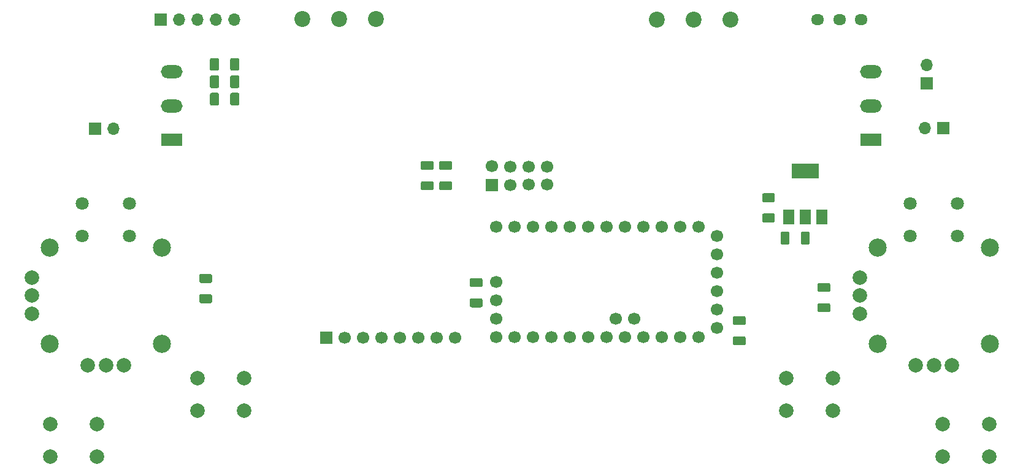
<source format=gbr>
G04 #@! TF.GenerationSoftware,KiCad,Pcbnew,(5.1.4)-1*
G04 #@! TF.CreationDate,2019-10-23T00:39:07+02:00*
G04 #@! TF.ProjectId,RF_transmitter,52465f74-7261-46e7-936d-69747465722e,rev?*
G04 #@! TF.SameCoordinates,Original*
G04 #@! TF.FileFunction,Soldermask,Top*
G04 #@! TF.FilePolarity,Negative*
%FSLAX46Y46*%
G04 Gerber Fmt 4.6, Leading zero omitted, Abs format (unit mm)*
G04 Created by KiCad (PCBNEW (5.1.4)-1) date 2019-10-23 00:39:07*
%MOMM*%
%LPD*%
G04 APERTURE LIST*
%ADD10O,1.800000X1.500000*%
%ADD11C,1.700000*%
%ADD12C,2.500000*%
%ADD13C,1.800000*%
%ADD14C,2.000000*%
%ADD15R,1.700000X1.700000*%
%ADD16O,3.000000X1.800000*%
%ADD17R,3.000000X1.800000*%
%ADD18C,0.100000*%
%ADD19C,1.250000*%
%ADD20O,1.700000X1.700000*%
%ADD21R,1.500000X2.000000*%
%ADD22R,3.800000X2.000000*%
%ADD23C,2.200000*%
G04 APERTURE END LIST*
D10*
X165179000Y-42672000D03*
X162179000Y-42672000D03*
X159179000Y-42672000D03*
D11*
X114790220Y-71356220D03*
X117330220Y-71356220D03*
X119870220Y-71356220D03*
X122410220Y-71356220D03*
X124950220Y-71356220D03*
X127490220Y-71356220D03*
X130030220Y-71356220D03*
X132570220Y-71356220D03*
X135110220Y-71356220D03*
X137650220Y-71356220D03*
X140190220Y-71356220D03*
X142730220Y-71356220D03*
X114790220Y-86596220D03*
X117330220Y-86596220D03*
X119870220Y-86596220D03*
X122410220Y-86596220D03*
X124950220Y-86596220D03*
X127490220Y-86596220D03*
X130030220Y-86596220D03*
X132570220Y-86596220D03*
X135110220Y-86596220D03*
X137650220Y-86596220D03*
X140190220Y-86596220D03*
X142730220Y-86596220D03*
X145270220Y-72626220D03*
X145270220Y-75166220D03*
X145270220Y-77706220D03*
X145270220Y-80246220D03*
X145270220Y-82786220D03*
X145270220Y-85326220D03*
X114790220Y-84056220D03*
X114790220Y-81516220D03*
X114790220Y-78976220D03*
X131300220Y-84056220D03*
X133840220Y-84056220D03*
D12*
X167473000Y-87472000D03*
X182973000Y-87472000D03*
X182973000Y-74172000D03*
X167473000Y-74172000D03*
D13*
X178473000Y-72572000D03*
X178473000Y-68072000D03*
X171973000Y-72572000D03*
X171973000Y-68072000D03*
D14*
X164973000Y-78322000D03*
X164973000Y-83322000D03*
X164973000Y-80822000D03*
X177723000Y-90472000D03*
X175223000Y-90472000D03*
X172723000Y-90472000D03*
D15*
X114173000Y-65532000D03*
D11*
X114173000Y-62902000D03*
X116713000Y-65532000D03*
X116713000Y-62992000D03*
X119253000Y-65442000D03*
X119253000Y-62992000D03*
X121793000Y-65502000D03*
X121793000Y-62992000D03*
D16*
X69977000Y-49910000D03*
X69977000Y-54610000D03*
D17*
X69977000Y-59310000D03*
D16*
X166497000Y-49910000D03*
X166497000Y-54610000D03*
D17*
X166497000Y-59310000D03*
D12*
X53173000Y-87472000D03*
X68673000Y-87472000D03*
X68673000Y-74172000D03*
X53173000Y-74172000D03*
D13*
X64173000Y-72572000D03*
X64173000Y-68072000D03*
X57673000Y-72572000D03*
X57673000Y-68072000D03*
D14*
X50673000Y-78322000D03*
X50673000Y-83322000D03*
X50673000Y-80822000D03*
X63423000Y-90472000D03*
X60923000Y-90472000D03*
X58423000Y-90472000D03*
D18*
G36*
X155079504Y-72024204D02*
G01*
X155103773Y-72027804D01*
X155127571Y-72033765D01*
X155150671Y-72042030D01*
X155172849Y-72052520D01*
X155193893Y-72065133D01*
X155213598Y-72079747D01*
X155231777Y-72096223D01*
X155248253Y-72114402D01*
X155262867Y-72134107D01*
X155275480Y-72155151D01*
X155285970Y-72177329D01*
X155294235Y-72200429D01*
X155300196Y-72224227D01*
X155303796Y-72248496D01*
X155305000Y-72273000D01*
X155305000Y-73523000D01*
X155303796Y-73547504D01*
X155300196Y-73571773D01*
X155294235Y-73595571D01*
X155285970Y-73618671D01*
X155275480Y-73640849D01*
X155262867Y-73661893D01*
X155248253Y-73681598D01*
X155231777Y-73699777D01*
X155213598Y-73716253D01*
X155193893Y-73730867D01*
X155172849Y-73743480D01*
X155150671Y-73753970D01*
X155127571Y-73762235D01*
X155103773Y-73768196D01*
X155079504Y-73771796D01*
X155055000Y-73773000D01*
X154305000Y-73773000D01*
X154280496Y-73771796D01*
X154256227Y-73768196D01*
X154232429Y-73762235D01*
X154209329Y-73753970D01*
X154187151Y-73743480D01*
X154166107Y-73730867D01*
X154146402Y-73716253D01*
X154128223Y-73699777D01*
X154111747Y-73681598D01*
X154097133Y-73661893D01*
X154084520Y-73640849D01*
X154074030Y-73618671D01*
X154065765Y-73595571D01*
X154059804Y-73571773D01*
X154056204Y-73547504D01*
X154055000Y-73523000D01*
X154055000Y-72273000D01*
X154056204Y-72248496D01*
X154059804Y-72224227D01*
X154065765Y-72200429D01*
X154074030Y-72177329D01*
X154084520Y-72155151D01*
X154097133Y-72134107D01*
X154111747Y-72114402D01*
X154128223Y-72096223D01*
X154146402Y-72079747D01*
X154166107Y-72065133D01*
X154187151Y-72052520D01*
X154209329Y-72042030D01*
X154232429Y-72033765D01*
X154256227Y-72027804D01*
X154280496Y-72024204D01*
X154305000Y-72023000D01*
X155055000Y-72023000D01*
X155079504Y-72024204D01*
X155079504Y-72024204D01*
G37*
D19*
X154680000Y-72898000D03*
D18*
G36*
X157879504Y-72024204D02*
G01*
X157903773Y-72027804D01*
X157927571Y-72033765D01*
X157950671Y-72042030D01*
X157972849Y-72052520D01*
X157993893Y-72065133D01*
X158013598Y-72079747D01*
X158031777Y-72096223D01*
X158048253Y-72114402D01*
X158062867Y-72134107D01*
X158075480Y-72155151D01*
X158085970Y-72177329D01*
X158094235Y-72200429D01*
X158100196Y-72224227D01*
X158103796Y-72248496D01*
X158105000Y-72273000D01*
X158105000Y-73523000D01*
X158103796Y-73547504D01*
X158100196Y-73571773D01*
X158094235Y-73595571D01*
X158085970Y-73618671D01*
X158075480Y-73640849D01*
X158062867Y-73661893D01*
X158048253Y-73681598D01*
X158031777Y-73699777D01*
X158013598Y-73716253D01*
X157993893Y-73730867D01*
X157972849Y-73743480D01*
X157950671Y-73753970D01*
X157927571Y-73762235D01*
X157903773Y-73768196D01*
X157879504Y-73771796D01*
X157855000Y-73773000D01*
X157105000Y-73773000D01*
X157080496Y-73771796D01*
X157056227Y-73768196D01*
X157032429Y-73762235D01*
X157009329Y-73753970D01*
X156987151Y-73743480D01*
X156966107Y-73730867D01*
X156946402Y-73716253D01*
X156928223Y-73699777D01*
X156911747Y-73681598D01*
X156897133Y-73661893D01*
X156884520Y-73640849D01*
X156874030Y-73618671D01*
X156865765Y-73595571D01*
X156859804Y-73571773D01*
X156856204Y-73547504D01*
X156855000Y-73523000D01*
X156855000Y-72273000D01*
X156856204Y-72248496D01*
X156859804Y-72224227D01*
X156865765Y-72200429D01*
X156874030Y-72177329D01*
X156884520Y-72155151D01*
X156897133Y-72134107D01*
X156911747Y-72114402D01*
X156928223Y-72096223D01*
X156946402Y-72079747D01*
X156966107Y-72065133D01*
X156987151Y-72052520D01*
X157009329Y-72042030D01*
X157032429Y-72033765D01*
X157056227Y-72027804D01*
X157080496Y-72024204D01*
X157105000Y-72023000D01*
X157855000Y-72023000D01*
X157879504Y-72024204D01*
X157879504Y-72024204D01*
G37*
D19*
X157480000Y-72898000D03*
D18*
G36*
X153049504Y-69486204D02*
G01*
X153073773Y-69489804D01*
X153097571Y-69495765D01*
X153120671Y-69504030D01*
X153142849Y-69514520D01*
X153163893Y-69527133D01*
X153183598Y-69541747D01*
X153201777Y-69558223D01*
X153218253Y-69576402D01*
X153232867Y-69596107D01*
X153245480Y-69617151D01*
X153255970Y-69639329D01*
X153264235Y-69662429D01*
X153270196Y-69686227D01*
X153273796Y-69710496D01*
X153275000Y-69735000D01*
X153275000Y-70485000D01*
X153273796Y-70509504D01*
X153270196Y-70533773D01*
X153264235Y-70557571D01*
X153255970Y-70580671D01*
X153245480Y-70602849D01*
X153232867Y-70623893D01*
X153218253Y-70643598D01*
X153201777Y-70661777D01*
X153183598Y-70678253D01*
X153163893Y-70692867D01*
X153142849Y-70705480D01*
X153120671Y-70715970D01*
X153097571Y-70724235D01*
X153073773Y-70730196D01*
X153049504Y-70733796D01*
X153025000Y-70735000D01*
X151775000Y-70735000D01*
X151750496Y-70733796D01*
X151726227Y-70730196D01*
X151702429Y-70724235D01*
X151679329Y-70715970D01*
X151657151Y-70705480D01*
X151636107Y-70692867D01*
X151616402Y-70678253D01*
X151598223Y-70661777D01*
X151581747Y-70643598D01*
X151567133Y-70623893D01*
X151554520Y-70602849D01*
X151544030Y-70580671D01*
X151535765Y-70557571D01*
X151529804Y-70533773D01*
X151526204Y-70509504D01*
X151525000Y-70485000D01*
X151525000Y-69735000D01*
X151526204Y-69710496D01*
X151529804Y-69686227D01*
X151535765Y-69662429D01*
X151544030Y-69639329D01*
X151554520Y-69617151D01*
X151567133Y-69596107D01*
X151581747Y-69576402D01*
X151598223Y-69558223D01*
X151616402Y-69541747D01*
X151636107Y-69527133D01*
X151657151Y-69514520D01*
X151679329Y-69504030D01*
X151702429Y-69495765D01*
X151726227Y-69489804D01*
X151750496Y-69486204D01*
X151775000Y-69485000D01*
X153025000Y-69485000D01*
X153049504Y-69486204D01*
X153049504Y-69486204D01*
G37*
D19*
X152400000Y-70110000D03*
D18*
G36*
X153049504Y-66686204D02*
G01*
X153073773Y-66689804D01*
X153097571Y-66695765D01*
X153120671Y-66704030D01*
X153142849Y-66714520D01*
X153163893Y-66727133D01*
X153183598Y-66741747D01*
X153201777Y-66758223D01*
X153218253Y-66776402D01*
X153232867Y-66796107D01*
X153245480Y-66817151D01*
X153255970Y-66839329D01*
X153264235Y-66862429D01*
X153270196Y-66886227D01*
X153273796Y-66910496D01*
X153275000Y-66935000D01*
X153275000Y-67685000D01*
X153273796Y-67709504D01*
X153270196Y-67733773D01*
X153264235Y-67757571D01*
X153255970Y-67780671D01*
X153245480Y-67802849D01*
X153232867Y-67823893D01*
X153218253Y-67843598D01*
X153201777Y-67861777D01*
X153183598Y-67878253D01*
X153163893Y-67892867D01*
X153142849Y-67905480D01*
X153120671Y-67915970D01*
X153097571Y-67924235D01*
X153073773Y-67930196D01*
X153049504Y-67933796D01*
X153025000Y-67935000D01*
X151775000Y-67935000D01*
X151750496Y-67933796D01*
X151726227Y-67930196D01*
X151702429Y-67924235D01*
X151679329Y-67915970D01*
X151657151Y-67905480D01*
X151636107Y-67892867D01*
X151616402Y-67878253D01*
X151598223Y-67861777D01*
X151581747Y-67843598D01*
X151567133Y-67823893D01*
X151554520Y-67802849D01*
X151544030Y-67780671D01*
X151535765Y-67757571D01*
X151529804Y-67733773D01*
X151526204Y-67709504D01*
X151525000Y-67685000D01*
X151525000Y-66935000D01*
X151526204Y-66910496D01*
X151529804Y-66886227D01*
X151535765Y-66862429D01*
X151544030Y-66839329D01*
X151554520Y-66817151D01*
X151567133Y-66796107D01*
X151581747Y-66776402D01*
X151598223Y-66758223D01*
X151616402Y-66741747D01*
X151636107Y-66727133D01*
X151657151Y-66714520D01*
X151679329Y-66704030D01*
X151702429Y-66695765D01*
X151726227Y-66689804D01*
X151750496Y-66686204D01*
X151775000Y-66685000D01*
X153025000Y-66685000D01*
X153049504Y-66686204D01*
X153049504Y-66686204D01*
G37*
D19*
X152400000Y-67310000D03*
D18*
G36*
X105932504Y-65038204D02*
G01*
X105956773Y-65041804D01*
X105980571Y-65047765D01*
X106003671Y-65056030D01*
X106025849Y-65066520D01*
X106046893Y-65079133D01*
X106066598Y-65093747D01*
X106084777Y-65110223D01*
X106101253Y-65128402D01*
X106115867Y-65148107D01*
X106128480Y-65169151D01*
X106138970Y-65191329D01*
X106147235Y-65214429D01*
X106153196Y-65238227D01*
X106156796Y-65262496D01*
X106158000Y-65287000D01*
X106158000Y-66037000D01*
X106156796Y-66061504D01*
X106153196Y-66085773D01*
X106147235Y-66109571D01*
X106138970Y-66132671D01*
X106128480Y-66154849D01*
X106115867Y-66175893D01*
X106101253Y-66195598D01*
X106084777Y-66213777D01*
X106066598Y-66230253D01*
X106046893Y-66244867D01*
X106025849Y-66257480D01*
X106003671Y-66267970D01*
X105980571Y-66276235D01*
X105956773Y-66282196D01*
X105932504Y-66285796D01*
X105908000Y-66287000D01*
X104658000Y-66287000D01*
X104633496Y-66285796D01*
X104609227Y-66282196D01*
X104585429Y-66276235D01*
X104562329Y-66267970D01*
X104540151Y-66257480D01*
X104519107Y-66244867D01*
X104499402Y-66230253D01*
X104481223Y-66213777D01*
X104464747Y-66195598D01*
X104450133Y-66175893D01*
X104437520Y-66154849D01*
X104427030Y-66132671D01*
X104418765Y-66109571D01*
X104412804Y-66085773D01*
X104409204Y-66061504D01*
X104408000Y-66037000D01*
X104408000Y-65287000D01*
X104409204Y-65262496D01*
X104412804Y-65238227D01*
X104418765Y-65214429D01*
X104427030Y-65191329D01*
X104437520Y-65169151D01*
X104450133Y-65148107D01*
X104464747Y-65128402D01*
X104481223Y-65110223D01*
X104499402Y-65093747D01*
X104519107Y-65079133D01*
X104540151Y-65066520D01*
X104562329Y-65056030D01*
X104585429Y-65047765D01*
X104609227Y-65041804D01*
X104633496Y-65038204D01*
X104658000Y-65037000D01*
X105908000Y-65037000D01*
X105932504Y-65038204D01*
X105932504Y-65038204D01*
G37*
D19*
X105283000Y-65662000D03*
D18*
G36*
X105932504Y-62238204D02*
G01*
X105956773Y-62241804D01*
X105980571Y-62247765D01*
X106003671Y-62256030D01*
X106025849Y-62266520D01*
X106046893Y-62279133D01*
X106066598Y-62293747D01*
X106084777Y-62310223D01*
X106101253Y-62328402D01*
X106115867Y-62348107D01*
X106128480Y-62369151D01*
X106138970Y-62391329D01*
X106147235Y-62414429D01*
X106153196Y-62438227D01*
X106156796Y-62462496D01*
X106158000Y-62487000D01*
X106158000Y-63237000D01*
X106156796Y-63261504D01*
X106153196Y-63285773D01*
X106147235Y-63309571D01*
X106138970Y-63332671D01*
X106128480Y-63354849D01*
X106115867Y-63375893D01*
X106101253Y-63395598D01*
X106084777Y-63413777D01*
X106066598Y-63430253D01*
X106046893Y-63444867D01*
X106025849Y-63457480D01*
X106003671Y-63467970D01*
X105980571Y-63476235D01*
X105956773Y-63482196D01*
X105932504Y-63485796D01*
X105908000Y-63487000D01*
X104658000Y-63487000D01*
X104633496Y-63485796D01*
X104609227Y-63482196D01*
X104585429Y-63476235D01*
X104562329Y-63467970D01*
X104540151Y-63457480D01*
X104519107Y-63444867D01*
X104499402Y-63430253D01*
X104481223Y-63413777D01*
X104464747Y-63395598D01*
X104450133Y-63375893D01*
X104437520Y-63354849D01*
X104427030Y-63332671D01*
X104418765Y-63309571D01*
X104412804Y-63285773D01*
X104409204Y-63261504D01*
X104408000Y-63237000D01*
X104408000Y-62487000D01*
X104409204Y-62462496D01*
X104412804Y-62438227D01*
X104418765Y-62414429D01*
X104427030Y-62391329D01*
X104437520Y-62369151D01*
X104450133Y-62348107D01*
X104464747Y-62328402D01*
X104481223Y-62310223D01*
X104499402Y-62293747D01*
X104519107Y-62279133D01*
X104540151Y-62266520D01*
X104562329Y-62256030D01*
X104585429Y-62247765D01*
X104609227Y-62241804D01*
X104633496Y-62238204D01*
X104658000Y-62237000D01*
X105908000Y-62237000D01*
X105932504Y-62238204D01*
X105932504Y-62238204D01*
G37*
D19*
X105283000Y-62862000D03*
D18*
G36*
X108472504Y-65038204D02*
G01*
X108496773Y-65041804D01*
X108520571Y-65047765D01*
X108543671Y-65056030D01*
X108565849Y-65066520D01*
X108586893Y-65079133D01*
X108606598Y-65093747D01*
X108624777Y-65110223D01*
X108641253Y-65128402D01*
X108655867Y-65148107D01*
X108668480Y-65169151D01*
X108678970Y-65191329D01*
X108687235Y-65214429D01*
X108693196Y-65238227D01*
X108696796Y-65262496D01*
X108698000Y-65287000D01*
X108698000Y-66037000D01*
X108696796Y-66061504D01*
X108693196Y-66085773D01*
X108687235Y-66109571D01*
X108678970Y-66132671D01*
X108668480Y-66154849D01*
X108655867Y-66175893D01*
X108641253Y-66195598D01*
X108624777Y-66213777D01*
X108606598Y-66230253D01*
X108586893Y-66244867D01*
X108565849Y-66257480D01*
X108543671Y-66267970D01*
X108520571Y-66276235D01*
X108496773Y-66282196D01*
X108472504Y-66285796D01*
X108448000Y-66287000D01*
X107198000Y-66287000D01*
X107173496Y-66285796D01*
X107149227Y-66282196D01*
X107125429Y-66276235D01*
X107102329Y-66267970D01*
X107080151Y-66257480D01*
X107059107Y-66244867D01*
X107039402Y-66230253D01*
X107021223Y-66213777D01*
X107004747Y-66195598D01*
X106990133Y-66175893D01*
X106977520Y-66154849D01*
X106967030Y-66132671D01*
X106958765Y-66109571D01*
X106952804Y-66085773D01*
X106949204Y-66061504D01*
X106948000Y-66037000D01*
X106948000Y-65287000D01*
X106949204Y-65262496D01*
X106952804Y-65238227D01*
X106958765Y-65214429D01*
X106967030Y-65191329D01*
X106977520Y-65169151D01*
X106990133Y-65148107D01*
X107004747Y-65128402D01*
X107021223Y-65110223D01*
X107039402Y-65093747D01*
X107059107Y-65079133D01*
X107080151Y-65066520D01*
X107102329Y-65056030D01*
X107125429Y-65047765D01*
X107149227Y-65041804D01*
X107173496Y-65038204D01*
X107198000Y-65037000D01*
X108448000Y-65037000D01*
X108472504Y-65038204D01*
X108472504Y-65038204D01*
G37*
D19*
X107823000Y-65662000D03*
D18*
G36*
X108472504Y-62238204D02*
G01*
X108496773Y-62241804D01*
X108520571Y-62247765D01*
X108543671Y-62256030D01*
X108565849Y-62266520D01*
X108586893Y-62279133D01*
X108606598Y-62293747D01*
X108624777Y-62310223D01*
X108641253Y-62328402D01*
X108655867Y-62348107D01*
X108668480Y-62369151D01*
X108678970Y-62391329D01*
X108687235Y-62414429D01*
X108693196Y-62438227D01*
X108696796Y-62462496D01*
X108698000Y-62487000D01*
X108698000Y-63237000D01*
X108696796Y-63261504D01*
X108693196Y-63285773D01*
X108687235Y-63309571D01*
X108678970Y-63332671D01*
X108668480Y-63354849D01*
X108655867Y-63375893D01*
X108641253Y-63395598D01*
X108624777Y-63413777D01*
X108606598Y-63430253D01*
X108586893Y-63444867D01*
X108565849Y-63457480D01*
X108543671Y-63467970D01*
X108520571Y-63476235D01*
X108496773Y-63482196D01*
X108472504Y-63485796D01*
X108448000Y-63487000D01*
X107198000Y-63487000D01*
X107173496Y-63485796D01*
X107149227Y-63482196D01*
X107125429Y-63476235D01*
X107102329Y-63467970D01*
X107080151Y-63457480D01*
X107059107Y-63444867D01*
X107039402Y-63430253D01*
X107021223Y-63413777D01*
X107004747Y-63395598D01*
X106990133Y-63375893D01*
X106977520Y-63354849D01*
X106967030Y-63332671D01*
X106958765Y-63309571D01*
X106952804Y-63285773D01*
X106949204Y-63261504D01*
X106948000Y-63237000D01*
X106948000Y-62487000D01*
X106949204Y-62462496D01*
X106952804Y-62438227D01*
X106958765Y-62414429D01*
X106967030Y-62391329D01*
X106977520Y-62369151D01*
X106990133Y-62348107D01*
X107004747Y-62328402D01*
X107021223Y-62310223D01*
X107039402Y-62293747D01*
X107059107Y-62279133D01*
X107080151Y-62266520D01*
X107102329Y-62256030D01*
X107125429Y-62247765D01*
X107149227Y-62241804D01*
X107173496Y-62238204D01*
X107198000Y-62237000D01*
X108448000Y-62237000D01*
X108472504Y-62238204D01*
X108472504Y-62238204D01*
G37*
D19*
X107823000Y-62862000D03*
D20*
X78613000Y-42672000D03*
X76073000Y-42672000D03*
X73533000Y-42672000D03*
X70993000Y-42672000D03*
D15*
X68453000Y-42672000D03*
D14*
X59713000Y-98552000D03*
X59713000Y-103052000D03*
X53213000Y-98552000D03*
X53213000Y-103052000D03*
X80033000Y-92202000D03*
X80033000Y-96702000D03*
X73533000Y-92202000D03*
X73533000Y-96702000D03*
X161313000Y-92202000D03*
X161313000Y-96702000D03*
X154813000Y-92202000D03*
X154813000Y-96702000D03*
X182903000Y-98552000D03*
X182903000Y-103052000D03*
X176403000Y-98552000D03*
X176403000Y-103052000D03*
D21*
X155180000Y-69952000D03*
X159780000Y-69952000D03*
X157480000Y-69952000D03*
D22*
X157480000Y-63652000D03*
D20*
X61976000Y-57785000D03*
D15*
X59436000Y-57785000D03*
D20*
X173990000Y-57658000D03*
D15*
X176530000Y-57658000D03*
D20*
X174269400Y-48971200D03*
D15*
X174269400Y-51511200D03*
D18*
G36*
X79122184Y-52816724D02*
G01*
X79146453Y-52820324D01*
X79170251Y-52826285D01*
X79193351Y-52834550D01*
X79215529Y-52845040D01*
X79236573Y-52857653D01*
X79256278Y-52872267D01*
X79274457Y-52888743D01*
X79290933Y-52906922D01*
X79305547Y-52926627D01*
X79318160Y-52947671D01*
X79328650Y-52969849D01*
X79336915Y-52992949D01*
X79342876Y-53016747D01*
X79346476Y-53041016D01*
X79347680Y-53065520D01*
X79347680Y-54315520D01*
X79346476Y-54340024D01*
X79342876Y-54364293D01*
X79336915Y-54388091D01*
X79328650Y-54411191D01*
X79318160Y-54433369D01*
X79305547Y-54454413D01*
X79290933Y-54474118D01*
X79274457Y-54492297D01*
X79256278Y-54508773D01*
X79236573Y-54523387D01*
X79215529Y-54536000D01*
X79193351Y-54546490D01*
X79170251Y-54554755D01*
X79146453Y-54560716D01*
X79122184Y-54564316D01*
X79097680Y-54565520D01*
X78347680Y-54565520D01*
X78323176Y-54564316D01*
X78298907Y-54560716D01*
X78275109Y-54554755D01*
X78252009Y-54546490D01*
X78229831Y-54536000D01*
X78208787Y-54523387D01*
X78189082Y-54508773D01*
X78170903Y-54492297D01*
X78154427Y-54474118D01*
X78139813Y-54454413D01*
X78127200Y-54433369D01*
X78116710Y-54411191D01*
X78108445Y-54388091D01*
X78102484Y-54364293D01*
X78098884Y-54340024D01*
X78097680Y-54315520D01*
X78097680Y-53065520D01*
X78098884Y-53041016D01*
X78102484Y-53016747D01*
X78108445Y-52992949D01*
X78116710Y-52969849D01*
X78127200Y-52947671D01*
X78139813Y-52926627D01*
X78154427Y-52906922D01*
X78170903Y-52888743D01*
X78189082Y-52872267D01*
X78208787Y-52857653D01*
X78229831Y-52845040D01*
X78252009Y-52834550D01*
X78275109Y-52826285D01*
X78298907Y-52820324D01*
X78323176Y-52816724D01*
X78347680Y-52815520D01*
X79097680Y-52815520D01*
X79122184Y-52816724D01*
X79122184Y-52816724D01*
G37*
D19*
X78722680Y-53690520D03*
D18*
G36*
X76322184Y-52816724D02*
G01*
X76346453Y-52820324D01*
X76370251Y-52826285D01*
X76393351Y-52834550D01*
X76415529Y-52845040D01*
X76436573Y-52857653D01*
X76456278Y-52872267D01*
X76474457Y-52888743D01*
X76490933Y-52906922D01*
X76505547Y-52926627D01*
X76518160Y-52947671D01*
X76528650Y-52969849D01*
X76536915Y-52992949D01*
X76542876Y-53016747D01*
X76546476Y-53041016D01*
X76547680Y-53065520D01*
X76547680Y-54315520D01*
X76546476Y-54340024D01*
X76542876Y-54364293D01*
X76536915Y-54388091D01*
X76528650Y-54411191D01*
X76518160Y-54433369D01*
X76505547Y-54454413D01*
X76490933Y-54474118D01*
X76474457Y-54492297D01*
X76456278Y-54508773D01*
X76436573Y-54523387D01*
X76415529Y-54536000D01*
X76393351Y-54546490D01*
X76370251Y-54554755D01*
X76346453Y-54560716D01*
X76322184Y-54564316D01*
X76297680Y-54565520D01*
X75547680Y-54565520D01*
X75523176Y-54564316D01*
X75498907Y-54560716D01*
X75475109Y-54554755D01*
X75452009Y-54546490D01*
X75429831Y-54536000D01*
X75408787Y-54523387D01*
X75389082Y-54508773D01*
X75370903Y-54492297D01*
X75354427Y-54474118D01*
X75339813Y-54454413D01*
X75327200Y-54433369D01*
X75316710Y-54411191D01*
X75308445Y-54388091D01*
X75302484Y-54364293D01*
X75298884Y-54340024D01*
X75297680Y-54315520D01*
X75297680Y-53065520D01*
X75298884Y-53041016D01*
X75302484Y-53016747D01*
X75308445Y-52992949D01*
X75316710Y-52969849D01*
X75327200Y-52947671D01*
X75339813Y-52926627D01*
X75354427Y-52906922D01*
X75370903Y-52888743D01*
X75389082Y-52872267D01*
X75408787Y-52857653D01*
X75429831Y-52845040D01*
X75452009Y-52834550D01*
X75475109Y-52826285D01*
X75498907Y-52820324D01*
X75523176Y-52816724D01*
X75547680Y-52815520D01*
X76297680Y-52815520D01*
X76322184Y-52816724D01*
X76322184Y-52816724D01*
G37*
D19*
X75922680Y-53690520D03*
D18*
G36*
X79117104Y-50408804D02*
G01*
X79141373Y-50412404D01*
X79165171Y-50418365D01*
X79188271Y-50426630D01*
X79210449Y-50437120D01*
X79231493Y-50449733D01*
X79251198Y-50464347D01*
X79269377Y-50480823D01*
X79285853Y-50499002D01*
X79300467Y-50518707D01*
X79313080Y-50539751D01*
X79323570Y-50561929D01*
X79331835Y-50585029D01*
X79337796Y-50608827D01*
X79341396Y-50633096D01*
X79342600Y-50657600D01*
X79342600Y-51907600D01*
X79341396Y-51932104D01*
X79337796Y-51956373D01*
X79331835Y-51980171D01*
X79323570Y-52003271D01*
X79313080Y-52025449D01*
X79300467Y-52046493D01*
X79285853Y-52066198D01*
X79269377Y-52084377D01*
X79251198Y-52100853D01*
X79231493Y-52115467D01*
X79210449Y-52128080D01*
X79188271Y-52138570D01*
X79165171Y-52146835D01*
X79141373Y-52152796D01*
X79117104Y-52156396D01*
X79092600Y-52157600D01*
X78342600Y-52157600D01*
X78318096Y-52156396D01*
X78293827Y-52152796D01*
X78270029Y-52146835D01*
X78246929Y-52138570D01*
X78224751Y-52128080D01*
X78203707Y-52115467D01*
X78184002Y-52100853D01*
X78165823Y-52084377D01*
X78149347Y-52066198D01*
X78134733Y-52046493D01*
X78122120Y-52025449D01*
X78111630Y-52003271D01*
X78103365Y-51980171D01*
X78097404Y-51956373D01*
X78093804Y-51932104D01*
X78092600Y-51907600D01*
X78092600Y-50657600D01*
X78093804Y-50633096D01*
X78097404Y-50608827D01*
X78103365Y-50585029D01*
X78111630Y-50561929D01*
X78122120Y-50539751D01*
X78134733Y-50518707D01*
X78149347Y-50499002D01*
X78165823Y-50480823D01*
X78184002Y-50464347D01*
X78203707Y-50449733D01*
X78224751Y-50437120D01*
X78246929Y-50426630D01*
X78270029Y-50418365D01*
X78293827Y-50412404D01*
X78318096Y-50408804D01*
X78342600Y-50407600D01*
X79092600Y-50407600D01*
X79117104Y-50408804D01*
X79117104Y-50408804D01*
G37*
D19*
X78717600Y-51282600D03*
D18*
G36*
X76317104Y-50408804D02*
G01*
X76341373Y-50412404D01*
X76365171Y-50418365D01*
X76388271Y-50426630D01*
X76410449Y-50437120D01*
X76431493Y-50449733D01*
X76451198Y-50464347D01*
X76469377Y-50480823D01*
X76485853Y-50499002D01*
X76500467Y-50518707D01*
X76513080Y-50539751D01*
X76523570Y-50561929D01*
X76531835Y-50585029D01*
X76537796Y-50608827D01*
X76541396Y-50633096D01*
X76542600Y-50657600D01*
X76542600Y-51907600D01*
X76541396Y-51932104D01*
X76537796Y-51956373D01*
X76531835Y-51980171D01*
X76523570Y-52003271D01*
X76513080Y-52025449D01*
X76500467Y-52046493D01*
X76485853Y-52066198D01*
X76469377Y-52084377D01*
X76451198Y-52100853D01*
X76431493Y-52115467D01*
X76410449Y-52128080D01*
X76388271Y-52138570D01*
X76365171Y-52146835D01*
X76341373Y-52152796D01*
X76317104Y-52156396D01*
X76292600Y-52157600D01*
X75542600Y-52157600D01*
X75518096Y-52156396D01*
X75493827Y-52152796D01*
X75470029Y-52146835D01*
X75446929Y-52138570D01*
X75424751Y-52128080D01*
X75403707Y-52115467D01*
X75384002Y-52100853D01*
X75365823Y-52084377D01*
X75349347Y-52066198D01*
X75334733Y-52046493D01*
X75322120Y-52025449D01*
X75311630Y-52003271D01*
X75303365Y-51980171D01*
X75297404Y-51956373D01*
X75293804Y-51932104D01*
X75292600Y-51907600D01*
X75292600Y-50657600D01*
X75293804Y-50633096D01*
X75297404Y-50608827D01*
X75303365Y-50585029D01*
X75311630Y-50561929D01*
X75322120Y-50539751D01*
X75334733Y-50518707D01*
X75349347Y-50499002D01*
X75365823Y-50480823D01*
X75384002Y-50464347D01*
X75403707Y-50449733D01*
X75424751Y-50437120D01*
X75446929Y-50426630D01*
X75470029Y-50418365D01*
X75493827Y-50412404D01*
X75518096Y-50408804D01*
X75542600Y-50407600D01*
X76292600Y-50407600D01*
X76317104Y-50408804D01*
X76317104Y-50408804D01*
G37*
D19*
X75917600Y-51282600D03*
D18*
G36*
X149010904Y-83650404D02*
G01*
X149035173Y-83654004D01*
X149058971Y-83659965D01*
X149082071Y-83668230D01*
X149104249Y-83678720D01*
X149125293Y-83691333D01*
X149144998Y-83705947D01*
X149163177Y-83722423D01*
X149179653Y-83740602D01*
X149194267Y-83760307D01*
X149206880Y-83781351D01*
X149217370Y-83803529D01*
X149225635Y-83826629D01*
X149231596Y-83850427D01*
X149235196Y-83874696D01*
X149236400Y-83899200D01*
X149236400Y-84649200D01*
X149235196Y-84673704D01*
X149231596Y-84697973D01*
X149225635Y-84721771D01*
X149217370Y-84744871D01*
X149206880Y-84767049D01*
X149194267Y-84788093D01*
X149179653Y-84807798D01*
X149163177Y-84825977D01*
X149144998Y-84842453D01*
X149125293Y-84857067D01*
X149104249Y-84869680D01*
X149082071Y-84880170D01*
X149058971Y-84888435D01*
X149035173Y-84894396D01*
X149010904Y-84897996D01*
X148986400Y-84899200D01*
X147736400Y-84899200D01*
X147711896Y-84897996D01*
X147687627Y-84894396D01*
X147663829Y-84888435D01*
X147640729Y-84880170D01*
X147618551Y-84869680D01*
X147597507Y-84857067D01*
X147577802Y-84842453D01*
X147559623Y-84825977D01*
X147543147Y-84807798D01*
X147528533Y-84788093D01*
X147515920Y-84767049D01*
X147505430Y-84744871D01*
X147497165Y-84721771D01*
X147491204Y-84697973D01*
X147487604Y-84673704D01*
X147486400Y-84649200D01*
X147486400Y-83899200D01*
X147487604Y-83874696D01*
X147491204Y-83850427D01*
X147497165Y-83826629D01*
X147505430Y-83803529D01*
X147515920Y-83781351D01*
X147528533Y-83760307D01*
X147543147Y-83740602D01*
X147559623Y-83722423D01*
X147577802Y-83705947D01*
X147597507Y-83691333D01*
X147618551Y-83678720D01*
X147640729Y-83668230D01*
X147663829Y-83659965D01*
X147687627Y-83654004D01*
X147711896Y-83650404D01*
X147736400Y-83649200D01*
X148986400Y-83649200D01*
X149010904Y-83650404D01*
X149010904Y-83650404D01*
G37*
D19*
X148361400Y-84274200D03*
D18*
G36*
X149010904Y-86450404D02*
G01*
X149035173Y-86454004D01*
X149058971Y-86459965D01*
X149082071Y-86468230D01*
X149104249Y-86478720D01*
X149125293Y-86491333D01*
X149144998Y-86505947D01*
X149163177Y-86522423D01*
X149179653Y-86540602D01*
X149194267Y-86560307D01*
X149206880Y-86581351D01*
X149217370Y-86603529D01*
X149225635Y-86626629D01*
X149231596Y-86650427D01*
X149235196Y-86674696D01*
X149236400Y-86699200D01*
X149236400Y-87449200D01*
X149235196Y-87473704D01*
X149231596Y-87497973D01*
X149225635Y-87521771D01*
X149217370Y-87544871D01*
X149206880Y-87567049D01*
X149194267Y-87588093D01*
X149179653Y-87607798D01*
X149163177Y-87625977D01*
X149144998Y-87642453D01*
X149125293Y-87657067D01*
X149104249Y-87669680D01*
X149082071Y-87680170D01*
X149058971Y-87688435D01*
X149035173Y-87694396D01*
X149010904Y-87697996D01*
X148986400Y-87699200D01*
X147736400Y-87699200D01*
X147711896Y-87697996D01*
X147687627Y-87694396D01*
X147663829Y-87688435D01*
X147640729Y-87680170D01*
X147618551Y-87669680D01*
X147597507Y-87657067D01*
X147577802Y-87642453D01*
X147559623Y-87625977D01*
X147543147Y-87607798D01*
X147528533Y-87588093D01*
X147515920Y-87567049D01*
X147505430Y-87544871D01*
X147497165Y-87521771D01*
X147491204Y-87497973D01*
X147487604Y-87473704D01*
X147486400Y-87449200D01*
X147486400Y-86699200D01*
X147487604Y-86674696D01*
X147491204Y-86650427D01*
X147497165Y-86626629D01*
X147505430Y-86603529D01*
X147515920Y-86581351D01*
X147528533Y-86560307D01*
X147543147Y-86540602D01*
X147559623Y-86522423D01*
X147577802Y-86505947D01*
X147597507Y-86491333D01*
X147618551Y-86478720D01*
X147640729Y-86468230D01*
X147663829Y-86459965D01*
X147687627Y-86454004D01*
X147711896Y-86450404D01*
X147736400Y-86449200D01*
X148986400Y-86449200D01*
X149010904Y-86450404D01*
X149010904Y-86450404D01*
G37*
D19*
X148361400Y-87074200D03*
D18*
G36*
X112699064Y-81212924D02*
G01*
X112723333Y-81216524D01*
X112747131Y-81222485D01*
X112770231Y-81230750D01*
X112792409Y-81241240D01*
X112813453Y-81253853D01*
X112833158Y-81268467D01*
X112851337Y-81284943D01*
X112867813Y-81303122D01*
X112882427Y-81322827D01*
X112895040Y-81343871D01*
X112905530Y-81366049D01*
X112913795Y-81389149D01*
X112919756Y-81412947D01*
X112923356Y-81437216D01*
X112924560Y-81461720D01*
X112924560Y-82211720D01*
X112923356Y-82236224D01*
X112919756Y-82260493D01*
X112913795Y-82284291D01*
X112905530Y-82307391D01*
X112895040Y-82329569D01*
X112882427Y-82350613D01*
X112867813Y-82370318D01*
X112851337Y-82388497D01*
X112833158Y-82404973D01*
X112813453Y-82419587D01*
X112792409Y-82432200D01*
X112770231Y-82442690D01*
X112747131Y-82450955D01*
X112723333Y-82456916D01*
X112699064Y-82460516D01*
X112674560Y-82461720D01*
X111424560Y-82461720D01*
X111400056Y-82460516D01*
X111375787Y-82456916D01*
X111351989Y-82450955D01*
X111328889Y-82442690D01*
X111306711Y-82432200D01*
X111285667Y-82419587D01*
X111265962Y-82404973D01*
X111247783Y-82388497D01*
X111231307Y-82370318D01*
X111216693Y-82350613D01*
X111204080Y-82329569D01*
X111193590Y-82307391D01*
X111185325Y-82284291D01*
X111179364Y-82260493D01*
X111175764Y-82236224D01*
X111174560Y-82211720D01*
X111174560Y-81461720D01*
X111175764Y-81437216D01*
X111179364Y-81412947D01*
X111185325Y-81389149D01*
X111193590Y-81366049D01*
X111204080Y-81343871D01*
X111216693Y-81322827D01*
X111231307Y-81303122D01*
X111247783Y-81284943D01*
X111265962Y-81268467D01*
X111285667Y-81253853D01*
X111306711Y-81241240D01*
X111328889Y-81230750D01*
X111351989Y-81222485D01*
X111375787Y-81216524D01*
X111400056Y-81212924D01*
X111424560Y-81211720D01*
X112674560Y-81211720D01*
X112699064Y-81212924D01*
X112699064Y-81212924D01*
G37*
D19*
X112049560Y-81836720D03*
D18*
G36*
X112699064Y-78412924D02*
G01*
X112723333Y-78416524D01*
X112747131Y-78422485D01*
X112770231Y-78430750D01*
X112792409Y-78441240D01*
X112813453Y-78453853D01*
X112833158Y-78468467D01*
X112851337Y-78484943D01*
X112867813Y-78503122D01*
X112882427Y-78522827D01*
X112895040Y-78543871D01*
X112905530Y-78566049D01*
X112913795Y-78589149D01*
X112919756Y-78612947D01*
X112923356Y-78637216D01*
X112924560Y-78661720D01*
X112924560Y-79411720D01*
X112923356Y-79436224D01*
X112919756Y-79460493D01*
X112913795Y-79484291D01*
X112905530Y-79507391D01*
X112895040Y-79529569D01*
X112882427Y-79550613D01*
X112867813Y-79570318D01*
X112851337Y-79588497D01*
X112833158Y-79604973D01*
X112813453Y-79619587D01*
X112792409Y-79632200D01*
X112770231Y-79642690D01*
X112747131Y-79650955D01*
X112723333Y-79656916D01*
X112699064Y-79660516D01*
X112674560Y-79661720D01*
X111424560Y-79661720D01*
X111400056Y-79660516D01*
X111375787Y-79656916D01*
X111351989Y-79650955D01*
X111328889Y-79642690D01*
X111306711Y-79632200D01*
X111285667Y-79619587D01*
X111265962Y-79604973D01*
X111247783Y-79588497D01*
X111231307Y-79570318D01*
X111216693Y-79550613D01*
X111204080Y-79529569D01*
X111193590Y-79507391D01*
X111185325Y-79484291D01*
X111179364Y-79460493D01*
X111175764Y-79436224D01*
X111174560Y-79411720D01*
X111174560Y-78661720D01*
X111175764Y-78637216D01*
X111179364Y-78612947D01*
X111185325Y-78589149D01*
X111193590Y-78566049D01*
X111204080Y-78543871D01*
X111216693Y-78522827D01*
X111231307Y-78503122D01*
X111247783Y-78484943D01*
X111265962Y-78468467D01*
X111285667Y-78453853D01*
X111306711Y-78441240D01*
X111328889Y-78430750D01*
X111351989Y-78422485D01*
X111375787Y-78416524D01*
X111400056Y-78412924D01*
X111424560Y-78411720D01*
X112674560Y-78411720D01*
X112699064Y-78412924D01*
X112699064Y-78412924D01*
G37*
D19*
X112049560Y-79036720D03*
D18*
G36*
X75350904Y-80633804D02*
G01*
X75375173Y-80637404D01*
X75398971Y-80643365D01*
X75422071Y-80651630D01*
X75444249Y-80662120D01*
X75465293Y-80674733D01*
X75484998Y-80689347D01*
X75503177Y-80705823D01*
X75519653Y-80724002D01*
X75534267Y-80743707D01*
X75546880Y-80764751D01*
X75557370Y-80786929D01*
X75565635Y-80810029D01*
X75571596Y-80833827D01*
X75575196Y-80858096D01*
X75576400Y-80882600D01*
X75576400Y-81632600D01*
X75575196Y-81657104D01*
X75571596Y-81681373D01*
X75565635Y-81705171D01*
X75557370Y-81728271D01*
X75546880Y-81750449D01*
X75534267Y-81771493D01*
X75519653Y-81791198D01*
X75503177Y-81809377D01*
X75484998Y-81825853D01*
X75465293Y-81840467D01*
X75444249Y-81853080D01*
X75422071Y-81863570D01*
X75398971Y-81871835D01*
X75375173Y-81877796D01*
X75350904Y-81881396D01*
X75326400Y-81882600D01*
X74076400Y-81882600D01*
X74051896Y-81881396D01*
X74027627Y-81877796D01*
X74003829Y-81871835D01*
X73980729Y-81863570D01*
X73958551Y-81853080D01*
X73937507Y-81840467D01*
X73917802Y-81825853D01*
X73899623Y-81809377D01*
X73883147Y-81791198D01*
X73868533Y-81771493D01*
X73855920Y-81750449D01*
X73845430Y-81728271D01*
X73837165Y-81705171D01*
X73831204Y-81681373D01*
X73827604Y-81657104D01*
X73826400Y-81632600D01*
X73826400Y-80882600D01*
X73827604Y-80858096D01*
X73831204Y-80833827D01*
X73837165Y-80810029D01*
X73845430Y-80786929D01*
X73855920Y-80764751D01*
X73868533Y-80743707D01*
X73883147Y-80724002D01*
X73899623Y-80705823D01*
X73917802Y-80689347D01*
X73937507Y-80674733D01*
X73958551Y-80662120D01*
X73980729Y-80651630D01*
X74003829Y-80643365D01*
X74027627Y-80637404D01*
X74051896Y-80633804D01*
X74076400Y-80632600D01*
X75326400Y-80632600D01*
X75350904Y-80633804D01*
X75350904Y-80633804D01*
G37*
D19*
X74701400Y-81257600D03*
D18*
G36*
X75350904Y-77833804D02*
G01*
X75375173Y-77837404D01*
X75398971Y-77843365D01*
X75422071Y-77851630D01*
X75444249Y-77862120D01*
X75465293Y-77874733D01*
X75484998Y-77889347D01*
X75503177Y-77905823D01*
X75519653Y-77924002D01*
X75534267Y-77943707D01*
X75546880Y-77964751D01*
X75557370Y-77986929D01*
X75565635Y-78010029D01*
X75571596Y-78033827D01*
X75575196Y-78058096D01*
X75576400Y-78082600D01*
X75576400Y-78832600D01*
X75575196Y-78857104D01*
X75571596Y-78881373D01*
X75565635Y-78905171D01*
X75557370Y-78928271D01*
X75546880Y-78950449D01*
X75534267Y-78971493D01*
X75519653Y-78991198D01*
X75503177Y-79009377D01*
X75484998Y-79025853D01*
X75465293Y-79040467D01*
X75444249Y-79053080D01*
X75422071Y-79063570D01*
X75398971Y-79071835D01*
X75375173Y-79077796D01*
X75350904Y-79081396D01*
X75326400Y-79082600D01*
X74076400Y-79082600D01*
X74051896Y-79081396D01*
X74027627Y-79077796D01*
X74003829Y-79071835D01*
X73980729Y-79063570D01*
X73958551Y-79053080D01*
X73937507Y-79040467D01*
X73917802Y-79025853D01*
X73899623Y-79009377D01*
X73883147Y-78991198D01*
X73868533Y-78971493D01*
X73855920Y-78950449D01*
X73845430Y-78928271D01*
X73837165Y-78905171D01*
X73831204Y-78881373D01*
X73827604Y-78857104D01*
X73826400Y-78832600D01*
X73826400Y-78082600D01*
X73827604Y-78058096D01*
X73831204Y-78033827D01*
X73837165Y-78010029D01*
X73845430Y-77986929D01*
X73855920Y-77964751D01*
X73868533Y-77943707D01*
X73883147Y-77924002D01*
X73899623Y-77905823D01*
X73917802Y-77889347D01*
X73937507Y-77874733D01*
X73958551Y-77862120D01*
X73980729Y-77851630D01*
X74003829Y-77843365D01*
X74027627Y-77837404D01*
X74051896Y-77833804D01*
X74076400Y-77832600D01*
X75326400Y-77832600D01*
X75350904Y-77833804D01*
X75350904Y-77833804D01*
G37*
D19*
X74701400Y-78457600D03*
D18*
G36*
X160694904Y-81878404D02*
G01*
X160719173Y-81882004D01*
X160742971Y-81887965D01*
X160766071Y-81896230D01*
X160788249Y-81906720D01*
X160809293Y-81919333D01*
X160828998Y-81933947D01*
X160847177Y-81950423D01*
X160863653Y-81968602D01*
X160878267Y-81988307D01*
X160890880Y-82009351D01*
X160901370Y-82031529D01*
X160909635Y-82054629D01*
X160915596Y-82078427D01*
X160919196Y-82102696D01*
X160920400Y-82127200D01*
X160920400Y-82877200D01*
X160919196Y-82901704D01*
X160915596Y-82925973D01*
X160909635Y-82949771D01*
X160901370Y-82972871D01*
X160890880Y-82995049D01*
X160878267Y-83016093D01*
X160863653Y-83035798D01*
X160847177Y-83053977D01*
X160828998Y-83070453D01*
X160809293Y-83085067D01*
X160788249Y-83097680D01*
X160766071Y-83108170D01*
X160742971Y-83116435D01*
X160719173Y-83122396D01*
X160694904Y-83125996D01*
X160670400Y-83127200D01*
X159420400Y-83127200D01*
X159395896Y-83125996D01*
X159371627Y-83122396D01*
X159347829Y-83116435D01*
X159324729Y-83108170D01*
X159302551Y-83097680D01*
X159281507Y-83085067D01*
X159261802Y-83070453D01*
X159243623Y-83053977D01*
X159227147Y-83035798D01*
X159212533Y-83016093D01*
X159199920Y-82995049D01*
X159189430Y-82972871D01*
X159181165Y-82949771D01*
X159175204Y-82925973D01*
X159171604Y-82901704D01*
X159170400Y-82877200D01*
X159170400Y-82127200D01*
X159171604Y-82102696D01*
X159175204Y-82078427D01*
X159181165Y-82054629D01*
X159189430Y-82031529D01*
X159199920Y-82009351D01*
X159212533Y-81988307D01*
X159227147Y-81968602D01*
X159243623Y-81950423D01*
X159261802Y-81933947D01*
X159281507Y-81919333D01*
X159302551Y-81906720D01*
X159324729Y-81896230D01*
X159347829Y-81887965D01*
X159371627Y-81882004D01*
X159395896Y-81878404D01*
X159420400Y-81877200D01*
X160670400Y-81877200D01*
X160694904Y-81878404D01*
X160694904Y-81878404D01*
G37*
D19*
X160045400Y-82502200D03*
D18*
G36*
X160694904Y-79078404D02*
G01*
X160719173Y-79082004D01*
X160742971Y-79087965D01*
X160766071Y-79096230D01*
X160788249Y-79106720D01*
X160809293Y-79119333D01*
X160828998Y-79133947D01*
X160847177Y-79150423D01*
X160863653Y-79168602D01*
X160878267Y-79188307D01*
X160890880Y-79209351D01*
X160901370Y-79231529D01*
X160909635Y-79254629D01*
X160915596Y-79278427D01*
X160919196Y-79302696D01*
X160920400Y-79327200D01*
X160920400Y-80077200D01*
X160919196Y-80101704D01*
X160915596Y-80125973D01*
X160909635Y-80149771D01*
X160901370Y-80172871D01*
X160890880Y-80195049D01*
X160878267Y-80216093D01*
X160863653Y-80235798D01*
X160847177Y-80253977D01*
X160828998Y-80270453D01*
X160809293Y-80285067D01*
X160788249Y-80297680D01*
X160766071Y-80308170D01*
X160742971Y-80316435D01*
X160719173Y-80322396D01*
X160694904Y-80325996D01*
X160670400Y-80327200D01*
X159420400Y-80327200D01*
X159395896Y-80325996D01*
X159371627Y-80322396D01*
X159347829Y-80316435D01*
X159324729Y-80308170D01*
X159302551Y-80297680D01*
X159281507Y-80285067D01*
X159261802Y-80270453D01*
X159243623Y-80253977D01*
X159227147Y-80235798D01*
X159212533Y-80216093D01*
X159199920Y-80195049D01*
X159189430Y-80172871D01*
X159181165Y-80149771D01*
X159175204Y-80125973D01*
X159171604Y-80101704D01*
X159170400Y-80077200D01*
X159170400Y-79327200D01*
X159171604Y-79302696D01*
X159175204Y-79278427D01*
X159181165Y-79254629D01*
X159189430Y-79231529D01*
X159199920Y-79209351D01*
X159212533Y-79188307D01*
X159227147Y-79168602D01*
X159243623Y-79150423D01*
X159261802Y-79133947D01*
X159281507Y-79119333D01*
X159302551Y-79106720D01*
X159324729Y-79096230D01*
X159347829Y-79087965D01*
X159371627Y-79082004D01*
X159395896Y-79078404D01*
X159420400Y-79077200D01*
X160670400Y-79077200D01*
X160694904Y-79078404D01*
X160694904Y-79078404D01*
G37*
D19*
X160045400Y-79702200D03*
D18*
G36*
X79117104Y-48021204D02*
G01*
X79141373Y-48024804D01*
X79165171Y-48030765D01*
X79188271Y-48039030D01*
X79210449Y-48049520D01*
X79231493Y-48062133D01*
X79251198Y-48076747D01*
X79269377Y-48093223D01*
X79285853Y-48111402D01*
X79300467Y-48131107D01*
X79313080Y-48152151D01*
X79323570Y-48174329D01*
X79331835Y-48197429D01*
X79337796Y-48221227D01*
X79341396Y-48245496D01*
X79342600Y-48270000D01*
X79342600Y-49520000D01*
X79341396Y-49544504D01*
X79337796Y-49568773D01*
X79331835Y-49592571D01*
X79323570Y-49615671D01*
X79313080Y-49637849D01*
X79300467Y-49658893D01*
X79285853Y-49678598D01*
X79269377Y-49696777D01*
X79251198Y-49713253D01*
X79231493Y-49727867D01*
X79210449Y-49740480D01*
X79188271Y-49750970D01*
X79165171Y-49759235D01*
X79141373Y-49765196D01*
X79117104Y-49768796D01*
X79092600Y-49770000D01*
X78342600Y-49770000D01*
X78318096Y-49768796D01*
X78293827Y-49765196D01*
X78270029Y-49759235D01*
X78246929Y-49750970D01*
X78224751Y-49740480D01*
X78203707Y-49727867D01*
X78184002Y-49713253D01*
X78165823Y-49696777D01*
X78149347Y-49678598D01*
X78134733Y-49658893D01*
X78122120Y-49637849D01*
X78111630Y-49615671D01*
X78103365Y-49592571D01*
X78097404Y-49568773D01*
X78093804Y-49544504D01*
X78092600Y-49520000D01*
X78092600Y-48270000D01*
X78093804Y-48245496D01*
X78097404Y-48221227D01*
X78103365Y-48197429D01*
X78111630Y-48174329D01*
X78122120Y-48152151D01*
X78134733Y-48131107D01*
X78149347Y-48111402D01*
X78165823Y-48093223D01*
X78184002Y-48076747D01*
X78203707Y-48062133D01*
X78224751Y-48049520D01*
X78246929Y-48039030D01*
X78270029Y-48030765D01*
X78293827Y-48024804D01*
X78318096Y-48021204D01*
X78342600Y-48020000D01*
X79092600Y-48020000D01*
X79117104Y-48021204D01*
X79117104Y-48021204D01*
G37*
D19*
X78717600Y-48895000D03*
D18*
G36*
X76317104Y-48021204D02*
G01*
X76341373Y-48024804D01*
X76365171Y-48030765D01*
X76388271Y-48039030D01*
X76410449Y-48049520D01*
X76431493Y-48062133D01*
X76451198Y-48076747D01*
X76469377Y-48093223D01*
X76485853Y-48111402D01*
X76500467Y-48131107D01*
X76513080Y-48152151D01*
X76523570Y-48174329D01*
X76531835Y-48197429D01*
X76537796Y-48221227D01*
X76541396Y-48245496D01*
X76542600Y-48270000D01*
X76542600Y-49520000D01*
X76541396Y-49544504D01*
X76537796Y-49568773D01*
X76531835Y-49592571D01*
X76523570Y-49615671D01*
X76513080Y-49637849D01*
X76500467Y-49658893D01*
X76485853Y-49678598D01*
X76469377Y-49696777D01*
X76451198Y-49713253D01*
X76431493Y-49727867D01*
X76410449Y-49740480D01*
X76388271Y-49750970D01*
X76365171Y-49759235D01*
X76341373Y-49765196D01*
X76317104Y-49768796D01*
X76292600Y-49770000D01*
X75542600Y-49770000D01*
X75518096Y-49768796D01*
X75493827Y-49765196D01*
X75470029Y-49759235D01*
X75446929Y-49750970D01*
X75424751Y-49740480D01*
X75403707Y-49727867D01*
X75384002Y-49713253D01*
X75365823Y-49696777D01*
X75349347Y-49678598D01*
X75334733Y-49658893D01*
X75322120Y-49637849D01*
X75311630Y-49615671D01*
X75303365Y-49592571D01*
X75297404Y-49568773D01*
X75293804Y-49544504D01*
X75292600Y-49520000D01*
X75292600Y-48270000D01*
X75293804Y-48245496D01*
X75297404Y-48221227D01*
X75303365Y-48197429D01*
X75311630Y-48174329D01*
X75322120Y-48152151D01*
X75334733Y-48131107D01*
X75349347Y-48111402D01*
X75365823Y-48093223D01*
X75384002Y-48076747D01*
X75403707Y-48062133D01*
X75424751Y-48049520D01*
X75446929Y-48039030D01*
X75470029Y-48030765D01*
X75493827Y-48024804D01*
X75518096Y-48021204D01*
X75542600Y-48020000D01*
X76292600Y-48020000D01*
X76317104Y-48021204D01*
X76317104Y-48021204D01*
G37*
D19*
X75917600Y-48895000D03*
D11*
X109093000Y-86614000D03*
X106553000Y-86614000D03*
X104013000Y-86614000D03*
X101473000Y-86614000D03*
X98933000Y-86614000D03*
X96393000Y-86614000D03*
X93853000Y-86614000D03*
D15*
X91313000Y-86614000D03*
D23*
X98219260Y-42654220D03*
X93139260Y-42654220D03*
X88059260Y-42654220D03*
X147111720Y-42672000D03*
X142031720Y-42672000D03*
X136951720Y-42672000D03*
M02*

</source>
